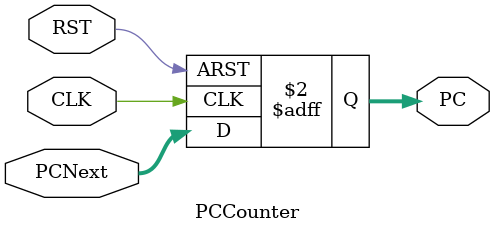
<source format=v>
module PCCounter(
    input CLK, RST,
    input [31:0] PCNext, //nextstate
    output reg [31:0] PC //current state
);
  
always @ (posedge CLK or posedge RST) //CS
    if (RST)
        PC <= 0;
    else PC <= PCNext;
endmodule
</source>
